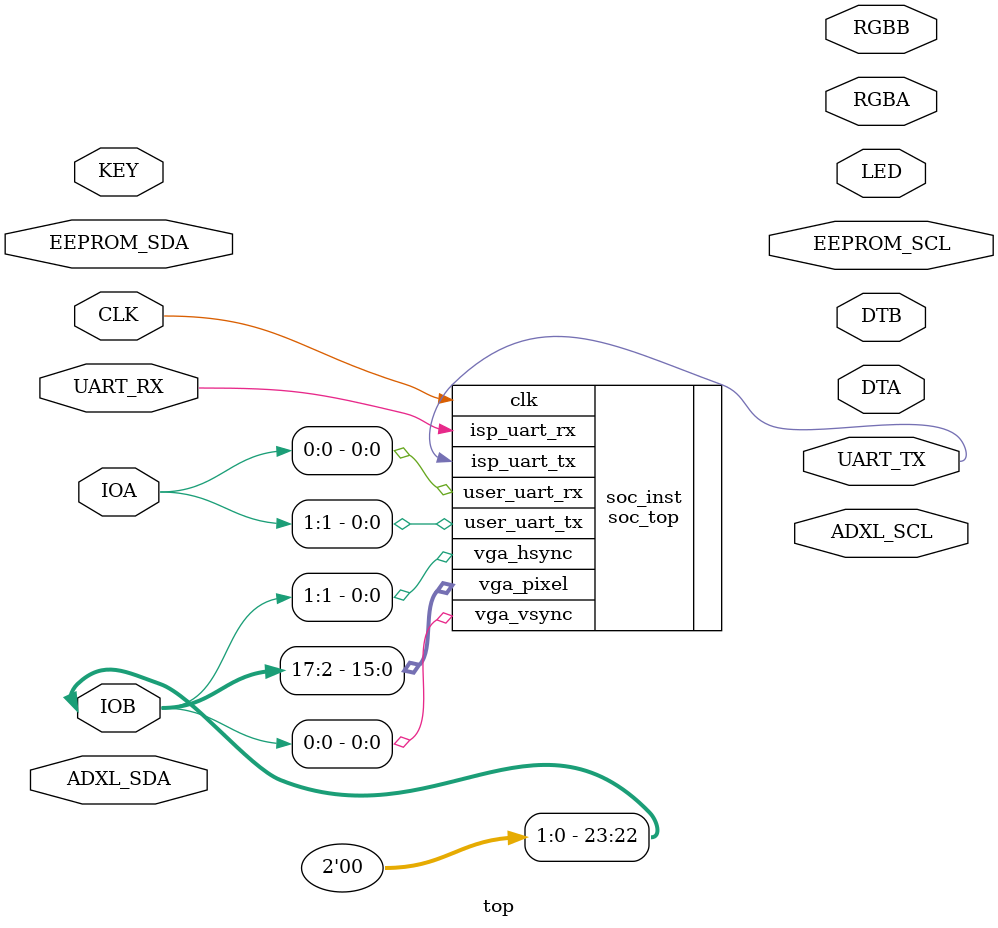
<source format=sv>
module top(
    input  CLK,
    input  [1:0] KEY,
    output [7:0] LED,
    output UART_TX,
    input  UART_RX,
    output [2:0] RGBA, RGBB,
    output [7:0] DTA, DTB,
    output ADXL_SCL,
    inout  ADXL_SDA,
    output EEPROM_SCL,
    inout  EEPROM_SDA,
    inout  [ 9:0] IOA,
    inout  [23:0] IOB
);

soc_top soc_inst(
    .clk              ( CLK         ),
    .isp_uart_rx      ( UART_RX     ),
    .isp_uart_tx      ( UART_TX     ),
    .user_uart_rx     ( IOA[0]      ),
    .user_uart_tx     ( IOA[1]      ),
    .vga_hsync        ( IOB[1]      ),
    .vga_vsync        ( IOB[0]      ),
    .vga_pixel        ( IOB[17:2]   )
);

assign IOB[23:22] = 2'b00;

endmodule

</source>
